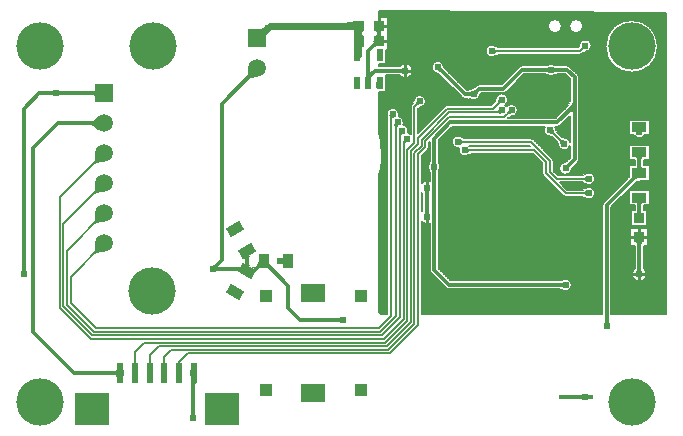
<source format=gtl>
G04*
G04 #@! TF.GenerationSoftware,Altium Limited,Altium Designer,18.1.9 (240)*
G04*
G04 Layer_Physical_Order=1*
G04 Layer_Color=255*
%FSLAX25Y25*%
%MOIN*%
G70*
G01*
G75*
%ADD11C,0.01000*%
%ADD13C,0.00600*%
G04:AMPARAMS|DCode=15|XSize=51.18mil|YSize=33.47mil|CornerRadius=0mil|HoleSize=0mil|Usage=FLASHONLY|Rotation=150.000|XOffset=0mil|YOffset=0mil|HoleType=Round|Shape=Rectangle|*
%AMROTATEDRECTD15*
4,1,4,0.03053,0.00170,0.01380,-0.02729,-0.03053,-0.00170,-0.01380,0.02729,0.03053,0.00170,0.0*
%
%ADD15ROTATEDRECTD15*%

%ADD16R,0.03347X0.05118*%
%ADD17R,0.11811X0.01181*%
%ADD18R,0.03500X0.03500*%
%ADD19R,0.02362X0.04331*%
%ADD20R,0.03937X0.03937*%
%ADD21R,0.07874X0.05906*%
G04:AMPARAMS|DCode=22|XSize=51.18mil|YSize=33.47mil|CornerRadius=0mil|HoleSize=0mil|Usage=FLASHONLY|Rotation=30.000|XOffset=0mil|YOffset=0mil|HoleType=Round|Shape=Rectangle|*
%AMROTATEDRECTD22*
4,1,4,-0.01380,-0.02729,-0.03053,0.00170,0.01380,0.02729,0.03053,-0.00170,-0.01380,-0.02729,0.0*
%
%ADD22ROTATEDRECTD22*%

%ADD23R,0.03500X0.03500*%
%ADD24R,0.05118X0.03347*%
%ADD25R,0.02362X0.06693*%
%ADD26R,0.11811X0.10630*%
%ADD43C,0.01200*%
%ADD44C,0.02400*%
%ADD45R,0.05906X0.05906*%
%ADD46C,0.05906*%
%ADD47C,0.02400*%
%ADD48C,0.15748*%
G36*
X401679Y284341D02*
X401280Y283933D01*
X400387Y282917D01*
X400191Y282646D01*
X400045Y282410D01*
X399950Y282208D01*
X399906Y282040D01*
X399913Y281906D01*
X399970Y281806D01*
X397447Y284329D01*
X397547Y284272D01*
X397681Y284265D01*
X397849Y284309D01*
X398051Y284404D01*
X398287Y284550D01*
X398558Y284746D01*
X398863Y284993D01*
X399574Y285639D01*
X399982Y286038D01*
X401679Y284341D01*
D02*
G37*
G36*
X438603Y283858D02*
X438502Y283822D01*
X438411Y283762D01*
X438333Y283678D01*
X438268Y283570D01*
X438213Y283438D01*
X438171Y283282D01*
X438141Y283102D01*
X438138Y283061D01*
X438141Y283019D01*
X438171Y282837D01*
X438213Y282680D01*
X438268Y282546D01*
X438333Y282437D01*
X438411Y282352D01*
X438502Y282292D01*
X438603Y282256D01*
X438718Y282243D01*
X436317D01*
X436432Y282256D01*
X436533Y282292D01*
X436623Y282352D01*
X436701Y282437D01*
X436767Y282546D01*
X436822Y282680D01*
X436864Y282837D01*
X436894Y283019D01*
X436897Y283061D01*
X436894Y283102D01*
X436864Y283282D01*
X436822Y283438D01*
X436767Y283570D01*
X436701Y283678D01*
X436623Y283762D01*
X436533Y283822D01*
X436432Y283858D01*
X436317Y283870D01*
X438718D01*
X438603Y283858D01*
D02*
G37*
G36*
X429279Y283870D02*
X429319D01*
X429327Y284655D01*
X431727D01*
X431738Y284199D01*
X431763Y283870D01*
X432756D01*
X432560Y283846D01*
X432385Y283774D01*
X432231Y283654D01*
X432097Y283486D01*
X431984Y283270D01*
X431912Y283063D01*
X431984Y282855D01*
X432097Y282639D01*
X432231Y282471D01*
X432385Y282351D01*
X432560Y282279D01*
X432756Y282255D01*
X431763D01*
X431738Y281926D01*
X431727Y281470D01*
X429327D01*
X429312Y282255D01*
X429279D01*
X429288Y282279D01*
X429297Y282351D01*
X429304Y282471D01*
X429305Y282585D01*
X429279Y283870D01*
X429255Y283972D01*
X429183Y284064D01*
X429064Y284144D01*
X428895Y284214D01*
X428679Y284273D01*
X428415Y284322D01*
X428103Y284360D01*
X427336Y284402D01*
X426879Y284408D01*
Y286808D01*
X427336Y286813D01*
X428415Y286894D01*
X428679Y286942D01*
X428895Y287002D01*
X429064Y287071D01*
X429183Y287152D01*
X429255Y287244D01*
X429279Y287346D01*
Y283870D01*
D02*
G37*
G36*
X437306Y278791D02*
X437221Y278866D01*
X437118Y278904D01*
X436996Y278907D01*
X436854Y278875D01*
X436694Y278806D01*
X436515Y278703D01*
X436317Y278563D01*
X436100Y278388D01*
X435609Y277931D01*
X434931Y278950D01*
X435162Y279189D01*
X435528Y279622D01*
X435662Y279815D01*
X435764Y279992D01*
X435834Y280154D01*
X435872Y280301D01*
X435877Y280432D01*
X435850Y280547D01*
X435791Y280647D01*
X437306Y278791D01*
D02*
G37*
G36*
X506388Y277800D02*
X506241Y277798D01*
X505971Y277772D01*
X505848Y277749D01*
X505733Y277718D01*
X505627Y277680D01*
X505528Y277635D01*
X505438Y277583D01*
X505356Y277524D01*
X505281Y277457D01*
X504857Y277881D01*
X504924Y277956D01*
X504983Y278038D01*
X505035Y278128D01*
X505080Y278227D01*
X505118Y278333D01*
X505149Y278448D01*
X505172Y278571D01*
X505189Y278702D01*
X505198Y278841D01*
X505200Y278988D01*
X506388Y277800D01*
D02*
G37*
G36*
X432560Y278755D02*
X432385Y278683D01*
X432231Y278563D01*
X432097Y278395D01*
X431984Y278179D01*
X431892Y277915D01*
X431820Y277603D01*
X431768Y277243D01*
X431738Y276835D01*
X431727Y276379D01*
X429327D01*
X429279Y278779D01*
X432756D01*
X432560Y278755D01*
D02*
G37*
G36*
X476162Y277937D02*
X476371Y277765D01*
X476475Y277694D01*
X476578Y277635D01*
X476680Y277586D01*
X476782Y277549D01*
X476882Y277522D01*
X476982Y277505D01*
X477082Y277500D01*
Y276900D01*
X476982Y276895D01*
X476882Y276878D01*
X476782Y276851D01*
X476680Y276814D01*
X476578Y276765D01*
X476475Y276706D01*
X476371Y276635D01*
X476267Y276554D01*
X476162Y276463D01*
X476057Y276360D01*
Y278040D01*
X476162Y277937D01*
D02*
G37*
G36*
X458404Y271719D02*
X458418Y271648D01*
X458441Y271574D01*
X458473Y271498D01*
X458515Y271418D01*
X458567Y271336D01*
X458628Y271251D01*
X458699Y271164D01*
X458868Y270980D01*
X458020Y270132D01*
X457927Y270221D01*
X457749Y270372D01*
X457664Y270433D01*
X457582Y270485D01*
X457503Y270527D01*
X457426Y270559D01*
X457352Y270582D01*
X457281Y270596D01*
X457212Y270600D01*
X458400Y271788D01*
X458404Y271719D01*
D02*
G37*
G36*
X495908Y271671D02*
X495968Y271630D01*
X496037Y271594D01*
X496114Y271563D01*
X496200Y271536D01*
X496295Y271515D01*
X496398Y271498D01*
X496510Y271486D01*
X496759Y271476D01*
Y270276D01*
X496630Y270274D01*
X496398Y270255D01*
X496295Y270238D01*
X496200Y270216D01*
X496114Y270190D01*
X496037Y270159D01*
X495968Y270123D01*
X495908Y270082D01*
X495857Y270036D01*
Y271716D01*
X495908Y271671D01*
D02*
G37*
G36*
X494143Y270036D02*
X494092Y270082D01*
X494032Y270123D01*
X493963Y270159D01*
X493886Y270190D01*
X493800Y270216D01*
X493705Y270238D01*
X493602Y270255D01*
X493490Y270267D01*
X493241Y270276D01*
Y271476D01*
X493370Y271479D01*
X493602Y271498D01*
X493705Y271515D01*
X493800Y271536D01*
X493886Y271563D01*
X493963Y271594D01*
X494032Y271630D01*
X494092Y271671D01*
X494143Y271716D01*
Y270036D01*
D02*
G37*
G36*
X445543Y269760D02*
X445492Y269806D01*
X445432Y269846D01*
X445363Y269882D01*
X445286Y269914D01*
X445200Y269940D01*
X445105Y269962D01*
X445002Y269978D01*
X444890Y269990D01*
X444641Y270000D01*
Y271200D01*
X444770Y271202D01*
X445002Y271222D01*
X445105Y271238D01*
X445200Y271260D01*
X445286Y271286D01*
X445363Y271318D01*
X445432Y271354D01*
X445492Y271394D01*
X445543Y271440D01*
Y269760D01*
D02*
G37*
G36*
X435926Y269478D02*
X435767Y269316D01*
X435345Y268841D01*
X435293Y268765D01*
X435263Y268705D01*
X435254Y268663D01*
X435266Y268637D01*
X435300Y268629D01*
X432962D01*
X433054Y268642D01*
X433164Y268680D01*
X433190Y268693D01*
X433252Y268737D01*
X433326Y268821D01*
X433389Y268929D01*
X433440Y269061D01*
X433480Y269217D01*
X433508Y269397D01*
X433526Y269601D01*
X433531Y269829D01*
X434579D01*
X434653Y269902D01*
X435926Y269478D01*
D02*
G37*
G36*
X397011Y268447D02*
X396613Y268443D01*
X395893Y268387D01*
X395571Y268334D01*
X395274Y268266D01*
X395002Y268180D01*
X394756Y268079D01*
X394534Y267962D01*
X394339Y267828D01*
X394168Y267679D01*
X393320Y268527D01*
X393469Y268698D01*
X393603Y268894D01*
X393720Y269115D01*
X393822Y269361D01*
X393906Y269633D01*
X393975Y269930D01*
X394028Y270252D01*
X394064Y270600D01*
X394088Y271371D01*
X397011Y268447D01*
D02*
G37*
G36*
X470868Y263620D02*
X470779Y263527D01*
X470628Y263349D01*
X470567Y263264D01*
X470515Y263182D01*
X470473Y263103D01*
X470441Y263026D01*
X470418Y262952D01*
X470404Y262881D01*
X470400Y262812D01*
X469212Y264000D01*
X469281Y264004D01*
X469352Y264018D01*
X469426Y264041D01*
X469502Y264073D01*
X469582Y264115D01*
X469664Y264167D01*
X469749Y264228D01*
X469837Y264299D01*
X470020Y264468D01*
X470868Y263620D01*
D02*
G37*
G36*
X330908Y263865D02*
X330968Y263825D01*
X331037Y263789D01*
X331114Y263757D01*
X331200Y263731D01*
X331295Y263709D01*
X331398Y263692D01*
X331510Y263681D01*
X331759Y263671D01*
Y262471D01*
X331630Y262469D01*
X331398Y262449D01*
X331295Y262433D01*
X331200Y262411D01*
X331114Y262385D01*
X331037Y262353D01*
X330968Y262317D01*
X330908Y262277D01*
X330857Y262231D01*
Y263911D01*
X330908Y263865D01*
D02*
G37*
G36*
X329143Y262231D02*
X329092Y262277D01*
X329032Y262317D01*
X328963Y262353D01*
X328886Y262385D01*
X328800Y262411D01*
X328705Y262433D01*
X328602Y262449D01*
X328490Y262461D01*
X328241Y262471D01*
Y263671D01*
X328370Y263673D01*
X328602Y263692D01*
X328705Y263709D01*
X328800Y263731D01*
X328886Y263757D01*
X328963Y263789D01*
X329032Y263825D01*
X329092Y263865D01*
X329143Y263911D01*
Y262231D01*
D02*
G37*
G36*
X468343Y261960D02*
X468292Y262006D01*
X468232Y262046D01*
X468163Y262082D01*
X468086Y262114D01*
X468000Y262140D01*
X467905Y262162D01*
X467802Y262178D01*
X467690Y262190D01*
X467441Y262200D01*
Y263400D01*
X467570Y263402D01*
X467802Y263422D01*
X467905Y263438D01*
X468000Y263460D01*
X468086Y263486D01*
X468163Y263518D01*
X468232Y263554D01*
X468292Y263594D01*
X468343Y263640D01*
Y261960D01*
D02*
G37*
G36*
X343134Y261871D02*
X343122Y261985D01*
X343086Y262087D01*
X343025Y262177D01*
X342940Y262255D01*
X342831Y262321D01*
X342698Y262375D01*
X342540Y262417D01*
X342359Y262447D01*
X342153Y262465D01*
X341922Y262471D01*
Y263671D01*
X342153Y263677D01*
X342359Y263695D01*
X342540Y263725D01*
X342698Y263767D01*
X342831Y263821D01*
X342940Y263887D01*
X343025Y263965D01*
X343086Y264055D01*
X343122Y264157D01*
X343134Y264271D01*
Y261871D01*
D02*
G37*
G36*
X478558Y259800D02*
X478411Y259798D01*
X478141Y259772D01*
X478018Y259749D01*
X477903Y259718D01*
X477797Y259680D01*
X477698Y259635D01*
X477608Y259583D01*
X477526Y259524D01*
X477452Y259457D01*
X477027Y259881D01*
X477094Y259956D01*
X477153Y260038D01*
X477205Y260128D01*
X477250Y260227D01*
X477288Y260333D01*
X477319Y260448D01*
X477343Y260571D01*
X477359Y260702D01*
X477368Y260841D01*
X477370Y260988D01*
X478558Y259800D01*
D02*
G37*
G36*
X451188Y259233D02*
X451041Y259231D01*
X450771Y259206D01*
X450648Y259182D01*
X450533Y259151D01*
X450427Y259113D01*
X450328Y259068D01*
X450238Y259016D01*
X450156Y258957D01*
X450081Y258890D01*
X449657Y259314D01*
X449724Y259389D01*
X449783Y259471D01*
X449835Y259561D01*
X449880Y259660D01*
X449918Y259766D01*
X449949Y259881D01*
X449972Y260004D01*
X449989Y260135D01*
X449998Y260274D01*
X450000Y260421D01*
X451188Y259233D01*
D02*
G37*
G36*
X503400Y259200D02*
X502200Y256552D01*
X502191Y256771D01*
X502166Y256949D01*
X502124Y257087D01*
X502064Y257184D01*
X501988Y257239D01*
X501895Y257254D01*
X501784Y257228D01*
X501657Y257160D01*
X501513Y257052D01*
X501351Y256903D01*
Y258600D01*
X501513Y258773D01*
X501657Y258953D01*
X501784Y259141D01*
X501895Y259335D01*
X501988Y259536D01*
X502064Y259745D01*
X502124Y259960D01*
X502166Y260183D01*
X502191Y260412D01*
X502200Y260648D01*
X503400Y259200D01*
D02*
G37*
G36*
X478196Y256260D02*
X478053Y256305D01*
X477434Y256462D01*
X477330Y256478D01*
X477141Y256498D01*
X477056Y256500D01*
X476688Y257100D01*
X476797Y257106D01*
X476898Y257124D01*
X476991Y257154D01*
X477075Y257196D01*
X477151Y257250D01*
X477219Y257316D01*
X477278Y257394D01*
X477330Y257483D01*
X477373Y257585D01*
X477408Y257699D01*
X478196Y256260D01*
D02*
G37*
G36*
X481604Y256216D02*
X481466Y256235D01*
X481335Y256243D01*
X481211Y256242D01*
X481093Y256232D01*
X480982Y256212D01*
X480877Y256182D01*
X480780Y256142D01*
X480689Y256092D01*
X480606Y256033D01*
X480528Y255964D01*
X480172Y256457D01*
X480235Y256526D01*
X480294Y256605D01*
X480349Y256694D01*
X480399Y256791D01*
X480445Y256898D01*
X480487Y257014D01*
X480525Y257140D01*
X480587Y257419D01*
X480612Y257572D01*
X481604Y256216D01*
D02*
G37*
G36*
X442499Y255038D02*
X442385Y255003D01*
X442283Y254960D01*
X442194Y254908D01*
X442116Y254849D01*
X442050Y254781D01*
X441996Y254705D01*
X441954Y254620D01*
X441924Y254528D01*
X441906Y254427D01*
X441900Y254318D01*
X441300Y254686D01*
X441298Y254771D01*
X441278Y254960D01*
X441262Y255064D01*
X441182Y255416D01*
X441105Y255683D01*
X441060Y255826D01*
X442499Y255038D01*
D02*
G37*
G36*
X444206Y252271D02*
X444091Y252224D01*
X443988Y252170D01*
X443897Y252110D01*
X443818Y252042D01*
X443752Y251968D01*
X443697Y251887D01*
X443655Y251800D01*
X443624Y251706D01*
X443606Y251605D01*
X443600Y251497D01*
X443000Y251589D01*
X442997Y251705D01*
X442972Y251951D01*
X442949Y252081D01*
X442886Y252355D01*
X442798Y252648D01*
X442684Y252960D01*
X444206Y252271D01*
D02*
G37*
G36*
X343954Y251004D02*
X343670Y251283D01*
X343121Y251752D01*
X342856Y251943D01*
X342597Y252104D01*
X342345Y252236D01*
X342099Y252339D01*
X341860Y252412D01*
X341627Y252456D01*
X341400Y252471D01*
Y253671D01*
X341627Y253685D01*
X341860Y253730D01*
X342099Y253803D01*
X342345Y253906D01*
X342597Y254038D01*
X342856Y254199D01*
X343121Y254390D01*
X343392Y254610D01*
X343954Y255138D01*
Y251004D01*
D02*
G37*
G36*
X495810Y250726D02*
X495853Y250451D01*
X495884Y250327D01*
X495920Y250211D01*
X495962Y250104D01*
X496009Y250006D01*
X496063Y249916D01*
X496122Y249835D01*
X496187Y249763D01*
X495795Y249306D01*
X495719Y249374D01*
X495636Y249433D01*
X495545Y249484D01*
X495447Y249527D01*
X495342Y249561D01*
X495228Y249586D01*
X495108Y249603D01*
X494980Y249612D01*
X494844Y249612D01*
X494701Y249604D01*
X495797Y250877D01*
X495810Y250726D01*
D02*
G37*
G36*
X445455Y249401D02*
X445349Y249391D01*
X445255Y249369D01*
X445172Y249336D01*
X445100Y249291D01*
X445039Y249236D01*
X444989Y249169D01*
X444950Y249091D01*
X444922Y249001D01*
X444906Y248901D01*
X444900Y248789D01*
X444300Y248986D01*
X444299Y249175D01*
X444236Y250288D01*
X444221Y250376D01*
X445455Y249401D01*
D02*
G37*
G36*
X446667Y246647D02*
X446605Y246660D01*
X446543Y246665D01*
X446479Y246661D01*
X446415Y246648D01*
X446350Y246627D01*
X446284Y246596D01*
X446217Y246557D01*
X446150Y246510D01*
X446081Y246453D01*
X446012Y246388D01*
X445588Y246812D01*
X445653Y246881D01*
X445710Y246950D01*
X445757Y247017D01*
X445796Y247084D01*
X445827Y247150D01*
X445848Y247215D01*
X445861Y247279D01*
X445865Y247343D01*
X445860Y247405D01*
X445847Y247467D01*
X446667Y246647D01*
D02*
G37*
G36*
X498277Y247680D02*
X498359Y247621D01*
X498450Y247569D01*
X498548Y247524D01*
X498655Y247486D01*
X498769Y247455D01*
X498892Y247432D01*
X499023Y247415D01*
X499162Y247406D01*
X499309Y247404D01*
X498121Y246216D01*
X498119Y246363D01*
X498094Y246633D01*
X498070Y246756D01*
X498039Y246871D01*
X498002Y246977D01*
X497957Y247076D01*
X497904Y247166D01*
X497845Y247249D01*
X497779Y247323D01*
X498203Y247747D01*
X498277Y247680D01*
D02*
G37*
G36*
X464939Y247630D02*
X465148Y247457D01*
X465251Y247387D01*
X465354Y247327D01*
X465456Y247279D01*
X465558Y247241D01*
X465659Y247214D01*
X465759Y247198D01*
X465858Y247192D01*
Y246592D01*
X465759Y246587D01*
X465659Y246571D01*
X465558Y246544D01*
X465456Y246506D01*
X465354Y246457D01*
X465251Y246398D01*
X465148Y246328D01*
X465044Y246247D01*
X464939Y246155D01*
X464833Y246052D01*
Y247732D01*
X464939Y247630D01*
D02*
G37*
G36*
X467163Y244937D02*
X467372Y244765D01*
X467475Y244694D01*
X467578Y244635D01*
X467680Y244586D01*
X467781Y244549D01*
X467882Y244522D01*
X467982Y244505D01*
X468082Y244500D01*
Y243900D01*
X467982Y243895D01*
X467882Y243878D01*
X467781Y243851D01*
X467680Y243814D01*
X467578Y243765D01*
X467475Y243706D01*
X467372Y243635D01*
X467267Y243554D01*
X467163Y243463D01*
X467057Y243360D01*
Y245040D01*
X467163Y244937D01*
D02*
G37*
G36*
X525486Y241775D02*
X525384Y241739D01*
X525294Y241678D01*
X525216Y241593D01*
X525150Y241484D01*
X525096Y241351D01*
X525054Y241193D01*
X525024Y241011D01*
X525006Y240805D01*
X525000Y240575D01*
X523800D01*
X523794Y240805D01*
X523776Y241011D01*
X523746Y241193D01*
X523704Y241351D01*
X523650Y241484D01*
X523584Y241593D01*
X523506Y241678D01*
X523416Y241739D01*
X523314Y241775D01*
X523200Y241787D01*
X525600D01*
X525486Y241775D01*
D02*
G37*
G36*
X346034Y240118D02*
X345557Y240117D01*
X344352Y240036D01*
X344024Y239983D01*
X343734Y239918D01*
X343481Y239840D01*
X343265Y239749D01*
X343087Y239645D01*
X342945Y239529D01*
X342521Y239953D01*
X342637Y240095D01*
X342741Y240273D01*
X342832Y240489D01*
X342910Y240742D01*
X342975Y241032D01*
X343028Y241360D01*
X343095Y242126D01*
X343109Y242565D01*
X343110Y243041D01*
X346034Y240118D01*
D02*
G37*
G36*
X456602Y240239D02*
X456622Y240007D01*
X456638Y239904D01*
X456660Y239809D01*
X456686Y239723D01*
X456718Y239646D01*
X456754Y239578D01*
X456794Y239518D01*
X456840Y239466D01*
X455160D01*
X455206Y239518D01*
X455246Y239578D01*
X455282Y239646D01*
X455314Y239723D01*
X455340Y239809D01*
X455362Y239904D01*
X455378Y240007D01*
X455390Y240119D01*
X455400Y240369D01*
X456600D01*
X456602Y240239D01*
D02*
G37*
G36*
X525006Y239207D02*
X525024Y239001D01*
X525054Y238820D01*
X525096Y238662D01*
X525150Y238529D01*
X525216Y238420D01*
X525294Y238335D01*
X525384Y238274D01*
X525486Y238238D01*
X525600Y238226D01*
X523200D01*
X523314Y238238D01*
X523416Y238274D01*
X523506Y238335D01*
X523584Y238420D01*
X523650Y238529D01*
X523704Y238662D01*
X523746Y238820D01*
X523776Y239001D01*
X523794Y239207D01*
X523800Y239438D01*
X525000D01*
X525006Y239207D01*
D02*
G37*
G36*
X501468Y238868D02*
X501379Y238775D01*
X501228Y238598D01*
X501167Y238513D01*
X501115Y238431D01*
X501073Y238351D01*
X501041Y238275D01*
X501018Y238201D01*
X501004Y238129D01*
X501000Y238061D01*
X499812Y239249D01*
X499881Y239253D01*
X499952Y239266D01*
X500026Y239289D01*
X500103Y239322D01*
X500182Y239364D01*
X500264Y239416D01*
X500349Y239477D01*
X500436Y239547D01*
X500620Y239717D01*
X501468Y238868D01*
D02*
G37*
G36*
X456794Y237701D02*
X456754Y237641D01*
X456718Y237572D01*
X456686Y237495D01*
X456660Y237409D01*
X456638Y237315D01*
X456622Y237211D01*
X456610Y237100D01*
X456600Y236850D01*
X455400D01*
X455398Y236979D01*
X455378Y237211D01*
X455362Y237315D01*
X455340Y237409D01*
X455314Y237495D01*
X455282Y237572D01*
X455246Y237641D01*
X455206Y237701D01*
X455160Y237752D01*
X456840D01*
X456794Y237701D01*
D02*
G37*
G36*
X524266Y234907D02*
X524096Y234881D01*
X523927Y234839D01*
X523757Y234779D01*
X523587Y234703D01*
X523418Y234610D01*
X523248Y234499D01*
X523078Y234372D01*
X522908Y234228D01*
X522739Y234067D01*
X521042D01*
X521853Y234915D01*
X524436D01*
X524266Y234907D01*
D02*
G37*
G36*
X506743Y233760D02*
X506637Y233863D01*
X506428Y234035D01*
X506325Y234106D01*
X506222Y234165D01*
X506120Y234214D01*
X506018Y234251D01*
X505918Y234278D01*
X505818Y234295D01*
X505718Y234300D01*
Y234900D01*
X505818Y234905D01*
X505918Y234922D01*
X506018Y234949D01*
X506120Y234986D01*
X506222Y235035D01*
X506325Y235094D01*
X506428Y235165D01*
X506533Y235246D01*
X506637Y235337D01*
X506743Y235440D01*
Y233760D01*
D02*
G37*
G36*
X346034Y230118D02*
X345557Y230117D01*
X344352Y230036D01*
X344024Y229983D01*
X343734Y229918D01*
X343481Y229840D01*
X343265Y229749D01*
X343087Y229645D01*
X342945Y229529D01*
X342521Y229953D01*
X342637Y230095D01*
X342741Y230273D01*
X342832Y230489D01*
X342910Y230742D01*
X342975Y231032D01*
X343028Y231360D01*
X343095Y232126D01*
X343109Y232565D01*
X343110Y233041D01*
X346034Y230118D01*
D02*
G37*
G36*
X506743Y228960D02*
X506637Y229063D01*
X506428Y229235D01*
X506325Y229306D01*
X506222Y229365D01*
X506120Y229414D01*
X506018Y229451D01*
X505918Y229478D01*
X505818Y229495D01*
X505718Y229500D01*
Y230100D01*
X505818Y230105D01*
X505918Y230122D01*
X506018Y230149D01*
X506120Y230186D01*
X506222Y230235D01*
X506325Y230294D01*
X506428Y230365D01*
X506533Y230446D01*
X506637Y230537D01*
X506743Y230640D01*
Y228960D01*
D02*
G37*
G36*
X525486Y226635D02*
X525384Y226599D01*
X525294Y226539D01*
X525216Y226455D01*
X525150Y226347D01*
X525096Y226215D01*
X525054Y226059D01*
X525024Y225879D01*
X525006Y225675D01*
X525000Y225447D01*
X523800D01*
X523794Y225675D01*
X523776Y225879D01*
X523746Y226059D01*
X523704Y226215D01*
X523650Y226347D01*
X523584Y226455D01*
X523506Y226539D01*
X523416Y226599D01*
X523314Y226635D01*
X523200Y226647D01*
X525600D01*
X525486Y226635D01*
D02*
G37*
G36*
X525006Y224358D02*
X525024Y224152D01*
X525054Y223970D01*
X525096Y223812D01*
X525150Y223679D01*
X525216Y223570D01*
X525294Y223485D01*
X525384Y223425D01*
X525486Y223388D01*
X525600Y223376D01*
X523200D01*
X523314Y223388D01*
X523416Y223425D01*
X523506Y223485D01*
X523584Y223570D01*
X523650Y223679D01*
X523704Y223812D01*
X523746Y223970D01*
X523776Y224152D01*
X523794Y224358D01*
X523800Y224588D01*
X525000D01*
X525006Y224358D01*
D02*
G37*
G36*
X346034Y220118D02*
X345557Y220117D01*
X344352Y220036D01*
X344024Y219983D01*
X343734Y219918D01*
X343481Y219840D01*
X343265Y219749D01*
X343087Y219645D01*
X342945Y219529D01*
X342521Y219953D01*
X342637Y220095D01*
X342741Y220273D01*
X342832Y220489D01*
X342910Y220742D01*
X342975Y221032D01*
X343028Y221360D01*
X343095Y222126D01*
X343109Y222565D01*
X343110Y223041D01*
X346034Y220118D01*
D02*
G37*
G36*
X525486Y213412D02*
X525384Y213375D01*
X525294Y213315D01*
X525216Y213230D01*
X525150Y213121D01*
X525096Y212988D01*
X525054Y212830D01*
X525024Y212648D01*
X525006Y212442D01*
X525000Y212212D01*
X523800D01*
X523794Y212442D01*
X523776Y212648D01*
X523746Y212830D01*
X523704Y212988D01*
X523650Y213121D01*
X523584Y213230D01*
X523506Y213315D01*
X523416Y213375D01*
X523314Y213412D01*
X523200Y213424D01*
X525600D01*
X525486Y213412D01*
D02*
G37*
G36*
X346034Y210118D02*
X345557Y210117D01*
X344352Y210036D01*
X344024Y209983D01*
X343734Y209918D01*
X343481Y209840D01*
X343265Y209749D01*
X343087Y209645D01*
X342945Y209529D01*
X342521Y209953D01*
X342637Y210095D01*
X342741Y210273D01*
X342832Y210489D01*
X342910Y210742D01*
X342975Y211032D01*
X343028Y211360D01*
X343095Y212126D01*
X343109Y212565D01*
X343110Y213041D01*
X346034Y210118D01*
D02*
G37*
G36*
X405756Y207821D02*
X405845Y207785D01*
X405944Y207754D01*
X406048Y207731D01*
X406157Y207714D01*
X406273Y207703D01*
X406394Y207700D01*
Y206700D01*
X406273Y206697D01*
X406157Y206686D01*
X406048Y206669D01*
X405944Y206646D01*
X405845Y206615D01*
X405756Y206579D01*
Y206200D01*
X405746Y206295D01*
X405716Y206380D01*
X405665Y206455D01*
X405616Y206502D01*
X405585Y206482D01*
X405510Y206425D01*
X405440Y206360D01*
Y206602D01*
X405396Y206620D01*
X405266Y206655D01*
X405116Y206680D01*
X404946Y206695D01*
X404755Y206700D01*
Y207700D01*
X404946Y207705D01*
X405116Y207720D01*
X405266Y207745D01*
X405396Y207780D01*
X405440Y207798D01*
Y208040D01*
X405510Y207975D01*
X405585Y207918D01*
X405616Y207898D01*
X405665Y207945D01*
X405716Y208020D01*
X405746Y208105D01*
X405756Y208200D01*
Y207821D01*
D02*
G37*
G36*
X394889Y209286D02*
X394787Y209191D01*
X394696Y209079D01*
X394617Y208950D01*
X394550Y208805D01*
X394496Y208643D01*
X394453Y208465D01*
X394423Y208269D01*
X394405Y208057D01*
X394399Y207828D01*
X393466Y207290D01*
X394399Y206752D01*
X394405Y206523D01*
X394423Y206311D01*
X394453Y206115D01*
X394496Y205937D01*
X394550Y205775D01*
X394617Y205629D01*
X394696Y205501D01*
X394787Y205389D01*
X394889Y205294D01*
X395005Y205216D01*
X392605Y206602D01*
X392718Y206548D01*
X392818Y206525D01*
X392908Y206533D01*
X392985Y206572D01*
X393050Y206641D01*
X393104Y206740D01*
X393145Y206871D01*
X393175Y207031D01*
X393193Y207223D01*
X393195Y207290D01*
X393193Y207357D01*
X393175Y207549D01*
X393145Y207709D01*
X393104Y207840D01*
X393050Y207939D01*
X392985Y208008D01*
X392908Y208047D01*
X392818Y208055D01*
X392718Y208032D01*
X392605Y207979D01*
X395005Y209364D01*
X394889Y209286D01*
D02*
G37*
G36*
X397488Y204786D02*
X397536Y204739D01*
X397488Y204691D01*
Y204653D01*
X397479Y204651D01*
X397454Y204632D01*
X397411Y204596D01*
X396800Y204003D01*
X396639Y203842D01*
Y204260D01*
X395296Y205048D01*
X395406Y204996D01*
X395523Y204968D01*
X395646Y204963D01*
X395774Y204981D01*
X395909Y205022D01*
X396051Y205086D01*
X396198Y205174D01*
X396351Y205285D01*
X396510Y205418D01*
X396657Y205558D01*
X396800Y205709D01*
X396945Y205878D01*
X397072Y206048D01*
X397182Y206218D01*
X397276Y206387D01*
X397352Y206557D01*
X397411Y206727D01*
X397454Y206896D01*
X397479Y207066D01*
X397488Y207236D01*
Y204786D01*
D02*
G37*
G36*
X400808Y207068D02*
X400834Y206899D01*
X400877Y206730D01*
X400938Y206561D01*
X401015Y206391D01*
X401110Y206222D01*
X401222Y206051D01*
X401350Y205881D01*
X401496Y205710D01*
X401659Y205539D01*
Y203842D01*
X400810Y204653D01*
X400798Y207236D01*
X400808Y207068D01*
D02*
G37*
G36*
X390762Y203815D02*
X390771Y203850D01*
X390753Y203882D01*
X390709Y203909D01*
X390639Y203933D01*
X390542Y203954D01*
X390420Y203970D01*
X390097Y203993D01*
X389669Y204000D01*
X390362Y205200D01*
X390595Y205206D01*
X390811Y205224D01*
X391010Y205254D01*
X391192Y205295D01*
X391356Y205348D01*
X391503Y205414D01*
X391633Y205491D01*
X391745Y205580D01*
X391841Y205681D01*
X391919Y205794D01*
X390762Y203815D01*
D02*
G37*
G36*
X383868Y205420D02*
X383779Y205327D01*
X383682Y205213D01*
X383710Y205210D01*
X383959Y205200D01*
Y204000D01*
X383830Y203998D01*
X383598Y203978D01*
X383495Y203962D01*
X383400Y203940D01*
X383314Y203914D01*
X383237Y203882D01*
X383168Y203846D01*
X383108Y203806D01*
X383057Y203760D01*
Y204955D01*
X382212Y205800D01*
X382281Y205804D01*
X382352Y205818D01*
X382426Y205841D01*
X382503Y205873D01*
X382582Y205915D01*
X382664Y205967D01*
X382749Y206028D01*
X382837Y206099D01*
X383020Y206268D01*
X383868Y205420D01*
D02*
G37*
G36*
X525002Y204430D02*
X525022Y204198D01*
X525038Y204095D01*
X525060Y204000D01*
X525086Y203914D01*
X525118Y203837D01*
X525154Y203768D01*
X525194Y203708D01*
X525240Y203657D01*
X523560D01*
X523606Y203708D01*
X523646Y203768D01*
X523682Y203837D01*
X523714Y203914D01*
X523740Y204000D01*
X523762Y204095D01*
X523778Y204198D01*
X523790Y204310D01*
X523800Y204559D01*
X525000D01*
X525002Y204430D01*
D02*
G37*
G36*
X319802D02*
X319822Y204198D01*
X319838Y204095D01*
X319860Y204000D01*
X319886Y203914D01*
X319918Y203837D01*
X319954Y203768D01*
X319994Y203708D01*
X320040Y203657D01*
X318360D01*
X318406Y203708D01*
X318446Y203768D01*
X318482Y203837D01*
X318514Y203914D01*
X318540Y204000D01*
X318562Y204095D01*
X318578Y204198D01*
X318590Y204310D01*
X318600Y204559D01*
X319800D01*
X319802Y204430D01*
D02*
G37*
G36*
X498943Y198360D02*
X498892Y198406D01*
X498832Y198446D01*
X498763Y198482D01*
X498686Y198514D01*
X498600Y198540D01*
X498505Y198562D01*
X498402Y198578D01*
X498290Y198590D01*
X498041Y198600D01*
Y199800D01*
X498170Y199802D01*
X498402Y199822D01*
X498505Y199838D01*
X498600Y199860D01*
X498686Y199886D01*
X498763Y199918D01*
X498832Y199954D01*
X498892Y199994D01*
X498943Y200040D01*
Y198360D01*
D02*
G37*
G36*
X424683Y186680D02*
X424632Y186725D01*
X424572Y186766D01*
X424503Y186802D01*
X424426Y186833D01*
X424340Y186860D01*
X424246Y186881D01*
X424142Y186898D01*
X424030Y186910D01*
X423781Y186920D01*
Y188120D01*
X423910Y188122D01*
X424142Y188141D01*
X424246Y188158D01*
X424340Y188180D01*
X424426Y188206D01*
X424503Y188237D01*
X424572Y188273D01*
X424632Y188314D01*
X424683Y188360D01*
Y186680D01*
D02*
G37*
G36*
X514202Y187030D02*
X514222Y186798D01*
X514238Y186695D01*
X514260Y186600D01*
X514286Y186514D01*
X514318Y186437D01*
X514354Y186368D01*
X514394Y186308D01*
X514440Y186257D01*
X512760D01*
X512806Y186308D01*
X512846Y186368D01*
X512882Y186437D01*
X512914Y186514D01*
X512940Y186600D01*
X512962Y186695D01*
X512978Y186798D01*
X512990Y186910D01*
X513000Y187159D01*
X514200D01*
X514202Y187030D01*
D02*
G37*
G36*
X366364Y173620D02*
X366373Y173519D01*
X366388Y173428D01*
X366409Y173351D01*
X366436Y173284D01*
X366469Y173230D01*
X366508Y173188D01*
X366553Y173158D01*
X366604Y173141D01*
X366661Y173134D01*
X365461D01*
X365518Y173141D01*
X365569Y173158D01*
X365614Y173188D01*
X365653Y173230D01*
X365686Y173284D01*
X365713Y173351D01*
X365734Y173428D01*
X365749Y173519D01*
X365758Y173620D01*
X365761Y173734D01*
X366361D01*
X366364Y173620D01*
D02*
G37*
G36*
X361442D02*
X361451Y173519D01*
X361466Y173428D01*
X361487Y173351D01*
X361514Y173284D01*
X361547Y173230D01*
X361586Y173188D01*
X361631Y173158D01*
X361682Y173141D01*
X361739Y173134D01*
X360539D01*
X360596Y173141D01*
X360647Y173158D01*
X360692Y173188D01*
X360731Y173230D01*
X360764Y173284D01*
X360791Y173351D01*
X360812Y173428D01*
X360827Y173519D01*
X360836Y173620D01*
X360839Y173734D01*
X361439D01*
X361442Y173620D01*
D02*
G37*
G36*
X356521D02*
X356530Y173519D01*
X356545Y173428D01*
X356566Y173351D01*
X356593Y173284D01*
X356626Y173230D01*
X356665Y173188D01*
X356710Y173158D01*
X356761Y173141D01*
X356818Y173134D01*
X355618D01*
X355675Y173141D01*
X355726Y173158D01*
X355771Y173188D01*
X355810Y173230D01*
X355843Y173284D01*
X355870Y173351D01*
X355891Y173428D01*
X355906Y173519D01*
X355915Y173620D01*
X355918Y173734D01*
X356518D01*
X356521Y173620D01*
D02*
G37*
G36*
X361441Y172556D02*
X361500Y171654D01*
X361519Y171576D01*
X361540Y171520D01*
X361564Y171485D01*
X360715D01*
X360738Y171520D01*
X360760Y171576D01*
X360778Y171654D01*
X360794Y171752D01*
X360820Y172011D01*
X360838Y172556D01*
X360839Y172780D01*
X361439D01*
X361441Y172556D01*
D02*
G37*
G36*
X350140Y170416D02*
X350202Y170422D01*
X350305Y170438D01*
X350400Y170460D01*
X350486Y170486D01*
X350563Y170518D01*
X350632Y170554D01*
X350692Y170594D01*
X350743Y170640D01*
Y168960D01*
X350692Y169006D01*
X350632Y169046D01*
X350563Y169082D01*
X350486Y169114D01*
X350400Y169140D01*
X350305Y169162D01*
X350202Y169178D01*
X350140Y169185D01*
Y168600D01*
X350128Y168714D01*
X350091Y168816D01*
X350031Y168906D01*
X349946Y168984D01*
X349837Y169050D01*
X349703Y169104D01*
X349546Y169146D01*
X349364Y169176D01*
X349158Y169194D01*
X348928Y169200D01*
Y170400D01*
X349158Y170406D01*
X349364Y170424D01*
X349546Y170454D01*
X349703Y170496D01*
X349837Y170550D01*
X349946Y170616D01*
X350031Y170694D01*
X350091Y170784D01*
X350128Y170886D01*
X350140Y171000D01*
Y170416D01*
D02*
G37*
G36*
X376394Y168892D02*
X376354Y168832D01*
X376318Y168763D01*
X376286Y168686D01*
X376260Y168600D01*
X376238Y168505D01*
X376222Y168402D01*
X376210Y168290D01*
X376200Y168041D01*
X375000D01*
X374998Y168170D01*
X374978Y168402D01*
X374962Y168505D01*
X374940Y168600D01*
X374914Y168686D01*
X374882Y168763D01*
X374846Y168832D01*
X374806Y168892D01*
X374760Y168943D01*
X376440D01*
X376394Y168892D01*
D02*
G37*
G36*
X376686Y166465D02*
X376584Y166428D01*
X376494Y166367D01*
X376416Y166282D01*
X376350Y166173D01*
X376296Y166040D01*
X376254Y165882D01*
X376224Y165701D01*
X376206Y165495D01*
X376200Y165266D01*
X375000D01*
X374997Y165494D01*
X374957Y166033D01*
X374934Y166166D01*
X374904Y166274D01*
X374870Y166358D01*
X374830Y166418D01*
X374785Y166454D01*
X374734Y166466D01*
X376800Y166478D01*
X376686Y166465D01*
D02*
G37*
G36*
X376202Y156430D02*
X376222Y156198D01*
X376238Y156095D01*
X376260Y156000D01*
X376286Y155914D01*
X376318Y155837D01*
X376354Y155768D01*
X376394Y155708D01*
X376440Y155657D01*
X374760D01*
X374806Y155708D01*
X374846Y155768D01*
X374882Y155837D01*
X374914Y155914D01*
X374940Y156000D01*
X374962Y156095D01*
X374978Y156198D01*
X374990Y156310D01*
X375000Y156559D01*
X376200D01*
X376202Y156430D01*
D02*
G37*
D11*
X524400Y215150D02*
Y217900D01*
Y215150D02*
X527150D01*
X524400Y200600D02*
Y202800D01*
X522200D02*
X524400D01*
X526600D01*
X521650Y215150D02*
X524400D01*
X446400Y270600D02*
X448600D01*
X446400Y268400D02*
Y270600D01*
Y272800D01*
X437517Y285608D02*
Y288358D01*
Y285608D02*
X440268D01*
X437517Y280517D02*
X440268D01*
X453600Y231600D02*
Y233800D01*
Y219800D02*
Y222000D01*
X404583Y207200D02*
X407417D01*
D13*
X530645Y278740D02*
G03*
X530645Y278740I-8774J0D01*
G01*
X522593Y249131D02*
G03*
X526207Y249131I1807J1069D01*
G01*
X505720Y285469D02*
G03*
X505720Y285469I-2376J0D01*
G01*
X508500Y279000D02*
G03*
X504302Y279092I-2100J0D01*
G01*
X506492Y276902D02*
G03*
X508500Y279000I-92J2098D01*
G01*
X504600Y276000D02*
G03*
X505448Y276351I0J1200D01*
G01*
X504600Y276000D02*
G03*
X505448Y276351I0J1200D01*
G01*
X504300Y268476D02*
G03*
X503861Y269536I-1500J0D01*
G01*
X504300Y268476D02*
G03*
X503861Y269537I-1500J0D01*
G01*
X501460Y271937D02*
G03*
X500400Y272376I-1060J-1061D01*
G01*
X501461Y271937D02*
G03*
X500400Y272376I-1061J-1061D01*
G01*
X498633Y285469D02*
G03*
X498633Y285469I-2376J0D01*
G01*
X496401Y272441D02*
G03*
X493599Y272441I-1401J-1564D01*
G01*
X485405Y272376D02*
G03*
X484345Y271937I0J-1500D01*
G01*
X485405Y272376D02*
G03*
X484345Y271937I0J-1500D01*
G01*
X493599Y269312D02*
G03*
X496401Y269312I1401J1564D01*
G01*
X479129Y263100D02*
G03*
X480190Y263539I0J1500D01*
G01*
X479129Y263100D02*
G03*
X480189Y263539I0J1500D01*
G01*
X480670Y261000D02*
G03*
X478570Y263100I-2100J0D01*
G01*
X479652Y259200D02*
G03*
X480670Y261000I-1082J1800D01*
G01*
X497000Y251900D02*
G03*
X498060Y252339I0J1500D01*
G01*
X497000Y251900D02*
G03*
X498061Y252339I0J1500D01*
G01*
X496686Y251046D02*
G03*
X496389Y251900I-2086J-246D01*
G01*
X501300Y246908D02*
G03*
X499414Y248302I-1979J-704D01*
G01*
X497223Y246112D02*
G03*
X501300Y245501I2098J92D01*
G01*
X495800Y240606D02*
G03*
X495448Y241454I-1200J0D01*
G01*
X483900Y257400D02*
G03*
X480185Y258742I-2100J0D01*
G01*
X481573Y255312D02*
G03*
X483900Y257400I227J2088D01*
G01*
X480185Y258742D02*
G03*
X479652Y259200I-1615J-1342D01*
G01*
X492811Y251900D02*
G03*
X494662Y248701I1789J-1100D01*
G01*
X489162Y247741D02*
G03*
X488313Y248092I-848J-848D01*
G01*
X489162Y247741D02*
G03*
X488313Y248092I-848J-848D01*
G01*
X526900Y202800D02*
G03*
X525900Y204800I-2500J0D01*
G01*
X522900D02*
G03*
X526900Y202800I1500J-2000D01*
G01*
X503861Y239989D02*
G03*
X504300Y241049I-1061J1060D01*
G01*
X503861Y239988D02*
G03*
X504300Y241049I-1061J1061D01*
G01*
X509700Y234600D02*
G03*
X506182Y236149I-2100J0D01*
G01*
X506182Y233051D02*
G03*
X509700Y234600I1418J1549D01*
G01*
Y229800D02*
G03*
X506182Y231349I-2100J0D01*
G01*
X506182Y228251D02*
G03*
X509700Y229800I1418J1549D01*
G01*
X495800Y240606D02*
G03*
X495448Y241454I-1200J0D01*
G01*
X499684Y240146D02*
G03*
X501897Y237933I116J-2097D01*
G01*
X492000Y236400D02*
G03*
X492351Y235552I1200J0D01*
G01*
X492000Y236400D02*
G03*
X492351Y235552I1200J0D01*
G01*
X498951Y228952D02*
G03*
X499800Y228600I848J848D01*
G01*
X498951Y228952D02*
G03*
X499800Y228600I848J848D01*
G01*
X512539Y226837D02*
G03*
X512100Y225776I1061J-1061D01*
G01*
X512539Y226836D02*
G03*
X512100Y225776I1061J-1060D01*
G01*
X501900Y199200D02*
G03*
X498399Y200764I-2100J0D01*
G01*
Y197635D02*
G03*
X501900Y199200I1401J1564D01*
G01*
X476618Y278749D02*
G03*
X476618Y275651I-1418J-1549D01*
G01*
X459297Y271916D02*
G03*
X457084Y269703I-2097J-116D01*
G01*
X471000Y266100D02*
G03*
X469940Y265661I0J-1500D01*
G01*
X471000Y266100D02*
G03*
X469939Y265661I0J-1500D01*
G01*
X469084Y264897D02*
G03*
X467799Y264365I116J-2097D01*
G01*
X478570Y263100D02*
G03*
X476472Y261092I0J-2100D01*
G01*
X467799Y261235D02*
G03*
X471297Y262684I1401J1564D01*
G01*
X465139Y261739D02*
G03*
X466200Y261300I1061J1061D01*
G01*
X465140Y261739D02*
G03*
X466200Y261300I1060J1061D01*
G01*
X460406Y259200D02*
G03*
X459557Y258849I0J-1200D01*
G01*
X465395Y248441D02*
G03*
X464188Y244803I-1418J-1549D01*
G01*
X464188Y244803D02*
G03*
X467618Y242651I2011J-603D01*
G01*
X460406Y259200D02*
G03*
X459557Y258849I0J-1200D01*
G01*
X453300Y260433D02*
G03*
X449102Y260525I-2100J0D01*
G01*
X444400Y269100D02*
G03*
X448900Y270600I2000J1500D01*
G01*
D02*
G03*
X444400Y272100I-2500J0D01*
G01*
X451292Y258335D02*
G03*
X453300Y260433I-92J2098D01*
G01*
X448552Y259482D02*
G03*
X448200Y258633I848J-848D01*
G01*
X448552Y259482D02*
G03*
X448200Y258633I848J-848D01*
G01*
X444300Y256200D02*
G03*
X440171Y255659I-2100J0D01*
G01*
X444168Y255468D02*
G03*
X444300Y256200I-1968J733D01*
G01*
X445768Y252667D02*
G03*
X445900Y253400I-1968J733D01*
G01*
X447368Y249868D02*
G03*
X447500Y250600I-1968J733D01*
G01*
X448200Y249523D02*
G03*
X447368Y249868I-1200J-1723D01*
G01*
X453849Y244260D02*
G03*
X454200Y245109I-848J848D01*
G01*
X453849Y244260D02*
G03*
X454200Y245109I-848J848D01*
G01*
X445900Y253400D02*
G03*
X444168Y255468I-2100J0D01*
G01*
X447500Y250600D02*
G03*
X445768Y252667I-2100J0D01*
G01*
X458100Y238609D02*
G03*
X457564Y240010I-2100J0D01*
G01*
Y237208D02*
G03*
X458100Y238609I-1564J1401D01*
G01*
X454500Y233932D02*
G03*
X451800Y233335I-900J-2332D01*
G01*
Y220265D02*
G03*
X454500Y219668I1800J1735D01*
G01*
Y204103D02*
G03*
X454939Y203043I1500J0D01*
G01*
X454500Y204103D02*
G03*
X454939Y203042I1500J0D01*
G01*
X459843Y198139D02*
G03*
X460903Y197700I1060J1061D01*
G01*
X459842Y198139D02*
G03*
X460903Y197700I1061J1061D01*
G01*
X454435Y240010D02*
G03*
X454435Y237208I1564J-1401D01*
G01*
X451800Y229865D02*
G03*
X452100Y229600I1800J1735D01*
G01*
Y224000D02*
G03*
X451800Y223735I1500J-2000D01*
G01*
X526490Y286200D02*
X533400D01*
X527341Y285600D02*
X533400D01*
X523282Y287400D02*
X533400D01*
X525338Y286800D02*
X533400D01*
X529039Y283800D02*
X533400D01*
X529427Y283200D02*
X533400D01*
X528019Y285000D02*
X533400D01*
X528575Y284400D02*
X533400D01*
X530232Y281400D02*
X533400D01*
X530400Y280800D02*
X533400D01*
X529750Y282600D02*
X533400D01*
X530017Y282000D02*
X533400D01*
X530603Y279600D02*
X533400D01*
X530641Y279000D02*
X533400D01*
X507482Y280800D02*
X513342D01*
X530523Y280200D02*
X533400D01*
X530638Y278400D02*
X533400D01*
X530594Y277800D02*
X533400D01*
X530509Y277200D02*
X533400D01*
X530380Y276600D02*
X533400D01*
X530206Y276000D02*
X533400D01*
X529984Y275400D02*
X533400D01*
X529710Y274800D02*
X533400D01*
X529379Y274200D02*
X533400D01*
X528982Y273600D02*
X533400D01*
X528507Y273000D02*
X533400D01*
X527936Y272400D02*
X533400D01*
X527239Y271800D02*
X533400D01*
X526358Y271200D02*
X533400D01*
X525145Y270600D02*
X533400D01*
X522641Y270000D02*
X533400D01*
X505312Y286800D02*
X518404D01*
X505605Y286200D02*
X517252D01*
X504729Y287400D02*
X520460D01*
X501597Y271800D02*
X516503D01*
X503398Y270000D02*
X521101D01*
X503982Y269400D02*
X533400D01*
X502198Y271200D02*
X517384D01*
X502798Y270600D02*
X518597D01*
X505716Y285600D02*
X516400D01*
X505673Y285000D02*
X515723D01*
X505466Y284400D02*
X515166D01*
X505035Y283800D02*
X514703D01*
X505697Y276600D02*
X513362D01*
X504600Y276000D02*
X513536D01*
X504049Y283200D02*
X514315D01*
X496617Y272400D02*
X515806D01*
X504300Y263400D02*
X533400D01*
X504300Y262800D02*
X533400D01*
X504300Y264600D02*
X533400D01*
X504300Y264000D02*
X533400D01*
X504300Y261000D02*
X533400D01*
X504300Y260400D02*
X533400D01*
X504300Y262200D02*
X533400D01*
X504300Y261600D02*
X533400D01*
X504300Y267600D02*
X533400D01*
X504300Y267000D02*
X533400D01*
X504265Y268800D02*
X533400D01*
X504300Y268200D02*
X533400D01*
X504300Y265800D02*
X533400D01*
X504300Y265200D02*
X533400D01*
X504300Y266400D02*
X533400D01*
X527859Y253200D02*
X533400D01*
X527859Y252600D02*
X533400D01*
X504312Y259200D02*
X533400D01*
X527859Y253800D02*
X533400D01*
X527859Y250800D02*
X533400D01*
X527859Y250200D02*
X533400D01*
X527859Y252000D02*
X533400D01*
X527859Y251400D02*
X533400D01*
X527859Y249600D02*
X533400D01*
X527859Y249131D02*
Y254277D01*
X520941D02*
X527859D01*
X520941Y249131D02*
Y254277D01*
X526207Y249131D02*
X527859D01*
X526123Y249000D02*
X533400D01*
X520941Y249131D02*
X522593D01*
X525482Y248400D02*
X533400D01*
X527859Y244800D02*
X533400D01*
X527859Y244200D02*
X533400D01*
X527859Y246000D02*
X533400D01*
X527859Y245400D02*
X533400D01*
X527859Y242400D02*
X533400D01*
X527859Y241200D02*
X533400D01*
X527859Y243600D02*
X533400D01*
X527859Y243000D02*
X533400D01*
X527859Y240863D02*
Y246009D01*
X520941D02*
X527859D01*
X520941Y240863D02*
Y246009D01*
X527859Y241800D02*
X533400D01*
X525932Y240863D02*
X527859D01*
X520941D02*
X522868D01*
X504300Y258000D02*
X533400D01*
X504300Y257400D02*
X533400D01*
X504300Y259800D02*
X533400D01*
X504300Y258600D02*
X533400D01*
X504300Y255600D02*
X533400D01*
X504300Y255000D02*
X533400D01*
X504300Y256800D02*
X533400D01*
X504300Y256200D02*
X533400D01*
X504300Y253200D02*
X520941D01*
X504300Y252600D02*
X520941D01*
X504300Y254400D02*
X533400D01*
X504300Y253800D02*
X520941D01*
X504300Y250800D02*
X520941D01*
X504300Y250200D02*
X520941D01*
X504300Y252000D02*
X520941D01*
X504300Y251400D02*
X520941D01*
X504300Y248400D02*
X523318D01*
X504300Y247800D02*
X533400D01*
X504300Y249600D02*
X520941D01*
X504300Y249000D02*
X522677D01*
X504300Y246000D02*
X520941D01*
X504300Y245400D02*
X520941D01*
X504300Y247200D02*
X533400D01*
X504300Y246600D02*
X533400D01*
X504300Y243600D02*
X520941D01*
X504300Y243000D02*
X520941D01*
X504300Y244800D02*
X520941D01*
X504300Y244200D02*
X520941D01*
X504300Y241800D02*
X520941D01*
X504300Y241200D02*
X520941D01*
X504300Y242400D02*
X520941D01*
X508123Y280200D02*
X513219D01*
X508413Y279600D02*
X513139D01*
X508500Y279000D02*
X513101D01*
X508413Y278400D02*
X513103D01*
X508123Y277800D02*
X513147D01*
X507482Y277200D02*
X513233D01*
X498518Y286200D02*
X501082D01*
X498630Y285600D02*
X500971D01*
X497642Y287400D02*
X501958D01*
X498226Y286800D02*
X501374D01*
X498586Y285000D02*
X501014D01*
X498379Y284400D02*
X501221D01*
X497948Y283800D02*
X501652D01*
X496962Y283200D02*
X502638D01*
X505448Y276351D02*
X505838Y276741D01*
X504300Y259274D02*
Y268476D01*
X501461Y271936D02*
X503860Y269537D01*
X496865Y272376D02*
X500400D01*
X496856Y269376D02*
X499779D01*
X501300Y267855D01*
Y260780D02*
Y267855D01*
X495315Y268800D02*
X500355D01*
X477195Y278400D02*
X504103D01*
X477195D02*
X504103D01*
X477195Y276000D02*
X504600D01*
X484851Y268200D02*
X500955D01*
X484250Y267600D02*
X501300D01*
X483650Y267000D02*
X501300D01*
X483050Y266400D02*
X501300D01*
X485405Y272376D02*
X493144D01*
X486027Y269376D02*
X493135D01*
X485451Y268800D02*
X494685D01*
X478508Y266100D02*
X484344Y271936D01*
X482450Y265800D02*
X501300D01*
X481850Y265200D02*
X501300D01*
X481250Y264600D02*
X501300D01*
X480651Y264000D02*
X501300D01*
X480583Y261600D02*
X501300D01*
X480670Y261000D02*
X501300D01*
X480029Y263400D02*
X501300D01*
X479652Y262800D02*
X501300D01*
X480190Y263540D02*
X486027Y269376D01*
X480294Y262200D02*
X501300D01*
X478570Y263100D02*
X479129D01*
X500721Y255000D02*
X501300D01*
X500121Y254400D02*
X501300D01*
X499521Y253800D02*
X501300D01*
X498061Y252340D02*
X501300Y255579D01*
X498921Y253200D02*
X501300D01*
X498321Y252600D02*
X501300D01*
X497539Y252000D02*
X501300D01*
X497623Y249600D02*
X501300D01*
X496379Y254900D02*
X500641Y259162D01*
X496728Y250800D02*
X501300D01*
X497023Y250200D02*
X501300D01*
X496389Y251900D02*
X497000D01*
X496613Y251400D02*
X501300D01*
Y246908D02*
Y255579D01*
X504300Y241049D02*
Y259069D01*
X498223Y249000D02*
X501300D01*
X498849Y248400D02*
X501300D01*
X500687Y247800D02*
X501300D01*
X500883Y244800D02*
X501300D01*
X495103Y241800D02*
X501300D01*
Y241670D02*
Y245501D01*
X496903Y250320D02*
X498759Y248464D01*
X495246Y248583D02*
X497062Y246766D01*
X499948Y244200D02*
X501300D01*
X495643Y241200D02*
X500830D01*
X482882Y259200D02*
X500664D01*
X483523Y258600D02*
X500079D01*
X480583Y260400D02*
X501267D01*
X480294Y259800D02*
X501099D01*
X483813Y258000D02*
X499479D01*
X483900Y257400D02*
X498879D01*
X483813Y256800D02*
X498279D01*
X483523Y256200D02*
X497679D01*
X479652Y259200D02*
X480718D01*
X482882Y255600D02*
X497079D01*
X480837Y255000D02*
X496479D01*
X480737Y254900D02*
X496379D01*
X480737D02*
X481050Y255213D01*
X491503Y245400D02*
X497381D01*
X492103Y244800D02*
X497760D01*
X490303Y246600D02*
X497162D01*
X490903Y246000D02*
X497231D01*
X493903Y243000D02*
X501300D01*
X494503Y242400D02*
X501300D01*
X492703Y244200D02*
X498694D01*
X493303Y243600D02*
X501300D01*
X489099Y247800D02*
X496029D01*
X489703Y247200D02*
X496629D01*
X489162Y247741D02*
X495448Y241454D01*
X487816Y245692D02*
X488109Y245400D01*
X527859Y237600D02*
X533400D01*
X527859Y237000D02*
X533400D01*
X527859Y238800D02*
X533400D01*
X527859Y238200D02*
X533400D01*
X527859Y235200D02*
X533400D01*
X527859Y234600D02*
X533400D01*
X527859Y236400D02*
X533400D01*
X527859Y235800D02*
X533400D01*
X527859Y229800D02*
X533400D01*
X527859Y229200D02*
X533400D01*
X527859Y234003D02*
Y239150D01*
Y230400D02*
X533400D01*
X527859Y227400D02*
X533400D01*
X527859Y226800D02*
X533400D01*
X527859Y228600D02*
X533400D01*
X527859Y228000D02*
X533400D01*
X527859Y226200D02*
X533400D01*
X527050Y222600D02*
X533400D01*
X527050Y222000D02*
X533400D01*
X527050Y221400D02*
X533400D01*
X527050Y219600D02*
X533400D01*
X527450Y216600D02*
X533400D01*
X527050Y220800D02*
X533400D01*
X527050Y220200D02*
X533400D01*
X527859Y225735D02*
Y230882D01*
X533400Y189600D02*
Y289800D01*
X527050Y219000D02*
Y224300D01*
Y219000D02*
X533400D01*
X527450Y217200D02*
X533400D01*
X527450Y216000D02*
X533400D01*
X527450Y217800D02*
X533400D01*
X527450Y212100D02*
Y218200D01*
X525919Y240600D02*
X533400D01*
X525919Y239400D02*
X533400D01*
X525900Y240000D02*
X533400D01*
X524487Y234000D02*
X533400D01*
X523369Y233400D02*
X533400D01*
X522745Y232800D02*
X533400D01*
X522145Y232200D02*
X533400D01*
X521545Y231600D02*
X533400D01*
X525900Y239538D02*
Y240475D01*
X525932Y239150D02*
X527859D01*
X503872Y240000D02*
X522900D01*
Y239538D02*
Y240475D01*
X524500Y234003D02*
X527859D01*
X525933Y225735D02*
X527859D01*
X520945Y231000D02*
X533400D01*
X520941Y230882D02*
X527859D01*
X525923Y224400D02*
X533400D01*
X525932Y224300D02*
X527050D01*
X525922Y225600D02*
X533400D01*
X525900Y225000D02*
X533400D01*
X527050Y223800D02*
X533400D01*
X527050Y223200D02*
X533400D01*
X515100Y218400D02*
X533400D01*
X521350Y218200D02*
X527450D01*
X522900Y224689D02*
Y225347D01*
X525900Y224689D02*
Y225347D01*
X515100Y225155D02*
X523304Y233359D01*
X515100Y225000D02*
X522900D01*
X521750Y219000D02*
X527050D01*
X521750D02*
X527050D01*
X527450Y214200D02*
X533400D01*
X527450Y213600D02*
X533400D01*
X527450Y215400D02*
X533400D01*
X527450Y214800D02*
X533400D01*
X527450Y213000D02*
X533400D01*
X527450Y212400D02*
X533400D01*
X525900Y211800D02*
X533400D01*
X525900Y208800D02*
X533400D01*
X525900Y211200D02*
X533400D01*
X525900Y210600D02*
X533400D01*
X525900Y212100D02*
X527450D01*
X525900Y208200D02*
X533400D01*
X525900Y207600D02*
X533400D01*
X525900Y210000D02*
X533400D01*
X525900Y209400D02*
X533400D01*
X525900Y205800D02*
X533400D01*
X525900Y205200D02*
X533400D01*
X525900Y207000D02*
X533400D01*
X525900Y206400D02*
X533400D01*
X526593Y204000D02*
X533400D01*
X526827Y203400D02*
X533400D01*
X526135Y204600D02*
X533400D01*
X526593Y201600D02*
X533400D01*
X525900Y204800D02*
Y212100D01*
X526900Y202800D02*
X533400D01*
X526827Y202200D02*
X533400D01*
X526135Y201000D02*
X533400D01*
X525100Y200400D02*
X533400D01*
X515100Y199200D02*
X533400D01*
X515100Y198600D02*
X533400D01*
X515100Y200400D02*
X523700D01*
X515100Y199800D02*
X533400D01*
X515100Y211200D02*
X522900D01*
Y204800D02*
Y212100D01*
X515100Y210600D02*
X522900D01*
X515100Y207600D02*
X522900D01*
X515100Y205800D02*
X522900D01*
X515100Y205200D02*
X522900D01*
X515100Y207000D02*
X522900D01*
X515100Y206400D02*
X522900D01*
X515100Y192600D02*
X533400D01*
X515100Y192000D02*
X533400D01*
X515100Y193800D02*
X533400D01*
X515100Y193200D02*
X533400D01*
X515100Y190200D02*
X533400D01*
X515100Y189600D02*
X533400D01*
X515100Y191400D02*
X533400D01*
X515100Y190800D02*
X533400D01*
X515100Y196800D02*
X533400D01*
X515100Y196200D02*
X533400D01*
X515100Y198000D02*
X533400D01*
X515100Y197400D02*
X533400D01*
X515100Y195000D02*
X533400D01*
X515100Y194400D02*
X533400D01*
X515100Y195600D02*
X533400D01*
X504231Y240600D02*
X522881D01*
X520941Y239150D02*
X522868D01*
X503273Y239400D02*
X522881D01*
X502673Y238800D02*
X520941D01*
X509323Y235800D02*
X520941D01*
X520378Y234701D02*
X520941Y235289D01*
X502098Y238200D02*
X520941D01*
X508682Y236400D02*
X520941D01*
Y235289D02*
Y239150D01*
X502173Y238301D02*
X503860Y239987D01*
X509613Y235200D02*
X520856D01*
X509700Y234600D02*
X520302D01*
X509613Y234000D02*
X519702D01*
X509323Y233400D02*
X519102D01*
X512540Y226838D02*
X520335Y234633D01*
X508682Y232800D02*
X518502D01*
X508682Y231600D02*
X517302D01*
X520345Y230400D02*
X520941D01*
Y225735D02*
Y230882D01*
X519745Y229800D02*
X520941D01*
X519145Y229200D02*
X520941D01*
X509323Y231000D02*
X516702D01*
X509613Y230400D02*
X516102D01*
X509700Y229800D02*
X515502D01*
X509613Y229200D02*
X514902D01*
X495800Y240600D02*
X500230D01*
X500058Y240428D02*
X501300Y241670D01*
X495800Y240000D02*
X499024D01*
X495800Y239400D02*
X498193D01*
X501852Y237600D02*
X520941D01*
X501619Y237000D02*
X520941D01*
X496697Y236400D02*
X498499D01*
X501101D02*
X506518D01*
X495800Y237297D02*
Y240606D01*
X488812Y243000D02*
X492000Y239812D01*
Y236400D02*
Y239812D01*
X495800Y237600D02*
X497749D01*
X496097Y237000D02*
X497981D01*
X495800Y238800D02*
X497839D01*
X495800Y238200D02*
X497706D01*
X497897Y233400D02*
X505605D01*
X498497Y232800D02*
X506518D01*
X497297Y235800D02*
X505605D01*
X497297D02*
X505605D01*
X500297Y231000D02*
X505605D01*
X500297D02*
X505605D01*
X499097Y232200D02*
X517902D01*
X499697Y231600D02*
X506518D01*
X495800Y237297D02*
X497297Y235800D01*
X497897Y233400D02*
X505605D01*
X497897D02*
X500297Y231000D01*
X492351Y235552D02*
X498951Y228952D01*
X520941Y225735D02*
X522867D01*
X521750Y224300D02*
X522868D01*
X515545Y225600D02*
X522878D01*
X515100Y224400D02*
X522877D01*
X515100Y220800D02*
X521750D01*
X515100Y220200D02*
X521750D01*
X515100Y223800D02*
X521750D01*
X515100Y222000D02*
X521750D01*
X518545Y228600D02*
X520941D01*
X517945Y228000D02*
X520941D01*
X517345Y227400D02*
X520941D01*
X516745Y226800D02*
X520941D01*
X516145Y226200D02*
X520941D01*
X515100Y223200D02*
X521750D01*
X515100Y222600D02*
X521750D01*
X515100Y221400D02*
X521750D01*
Y219000D02*
Y224300D01*
X521350Y212100D02*
X522900D01*
X515100Y219600D02*
X521750D01*
X515100Y219000D02*
X521750D01*
X515100Y204000D02*
X522207D01*
X515100Y203400D02*
X521973D01*
X515100Y208200D02*
X522900D01*
X515100Y204600D02*
X522665D01*
X521350Y212100D02*
Y218200D01*
X515100Y189600D02*
Y225155D01*
Y217800D02*
X521350D01*
X515100Y217200D02*
X521350D01*
X515100Y216000D02*
X521350D01*
X515100Y215400D02*
X521350D01*
X515100Y216600D02*
X521350D01*
X515100Y213600D02*
X521350D01*
X515100Y213000D02*
X521350D01*
X515100Y214800D02*
X521350D01*
X515100Y214200D02*
X521350D01*
X515100Y210000D02*
X522900D01*
X515100Y209400D02*
X522900D01*
X515100Y212400D02*
X521350D01*
X515100Y211800D02*
X522900D01*
X499800Y228600D02*
X505605D01*
X509323D02*
X514302D01*
X499800D02*
X505605D01*
X508682Y228000D02*
X513702D01*
X515100Y202200D02*
X521973D01*
X515100Y201600D02*
X522207D01*
X515100Y208800D02*
X522900D01*
X515100Y202800D02*
X521900D01*
X515100Y201000D02*
X522665D01*
X501813Y199800D02*
X512100D01*
X500882Y201000D02*
X512100D01*
X501523Y200400D02*
X512100D01*
X501900Y199200D02*
X512100D01*
Y189600D02*
Y225776D01*
X501813Y198600D02*
X512100D01*
X501523Y198000D02*
X512100D01*
X500882Y197400D02*
X512100D01*
X476282Y279000D02*
X504283D01*
X477195Y276000D02*
X504600D01*
X440567Y288600D02*
X533400D01*
X440567Y288000D02*
X533400D01*
X476282Y275400D02*
X513758D01*
X459212Y272400D02*
X493377D01*
X458282Y273600D02*
X514760D01*
X458923Y273000D02*
X515235D01*
X459921Y271200D02*
X483608D01*
X459364Y271800D02*
X484208D01*
X461121Y270000D02*
X482408D01*
X461721Y269400D02*
X481808D01*
X460521Y270600D02*
X483008D01*
X448593Y269400D02*
X457479D01*
X463521Y267600D02*
X480008D01*
X464121Y267000D02*
X479408D01*
X462321Y268800D02*
X481208D01*
X462921Y268200D02*
X480608D01*
X471000Y266100D02*
X478508D01*
X464721Y266400D02*
X478808D01*
X459580Y271542D02*
X466821Y264300D01*
X457452Y269427D02*
X465139Y261740D01*
X448135Y268800D02*
X458079D01*
X447100Y268200D02*
X458679D01*
X469458Y265180D02*
X469939Y265660D01*
X465321Y265800D02*
X470100D01*
X465921Y265200D02*
X469479D01*
X437786Y289200D02*
X533400D01*
X440567Y282600D02*
X513991D01*
X437786Y290400D02*
X533400Y289800D01*
X437786D02*
X533400D01*
X440567Y280800D02*
X505318D01*
X440567Y280200D02*
X504677D01*
X440567Y282000D02*
X513725D01*
X440567Y281400D02*
X513510D01*
X440567Y286200D02*
X493995D01*
X440567Y285600D02*
X493884D01*
X440567Y287400D02*
X494871D01*
X440567Y286800D02*
X494288D01*
X440567Y283800D02*
X494565D01*
X440567Y283200D02*
X495551D01*
X440567Y285000D02*
X493927D01*
X440567Y284400D02*
X494135D01*
X440567Y279600D02*
X504388D01*
X440567Y279000D02*
X474118D01*
X440567Y278400D02*
X473477D01*
X439952Y276600D02*
X473187D01*
X439952Y274800D02*
X514031D01*
X439952Y274200D02*
X514363D01*
X439952Y276000D02*
X473477D01*
X439952Y275400D02*
X474118D01*
X440567Y277800D02*
X473187D01*
X439952Y277200D02*
X473100D01*
X439952Y267600D02*
X459279D01*
X439952Y267000D02*
X459879D01*
X439952Y265800D02*
X461079D01*
X439952Y265200D02*
X461679D01*
X439952Y266400D02*
X460479D01*
X471621Y263100D02*
X478570D01*
X471366Y262800D02*
X477488D01*
X471212Y262200D02*
X476847D01*
X470923Y261600D02*
X476558D01*
X475073Y259200D02*
X476311Y260438D01*
X470282Y261000D02*
X476453D01*
X460406Y259200D02*
X475073D01*
X466821Y264300D02*
X467344D01*
X466521Y264600D02*
X468118D01*
X466200Y261300D02*
X467335D01*
X460406Y259200D02*
X475073D01*
X462021Y251900D02*
X492811D01*
X461521Y251400D02*
X492588D01*
X460921Y250800D02*
X492500D01*
X460321Y250200D02*
X492588D01*
X468195Y243000D02*
X488812D01*
X467282Y242400D02*
X489412D01*
X459721Y249600D02*
X492877D01*
X465458Y248400D02*
X495429D01*
X467702Y245692D02*
X487816D01*
X468195Y245400D02*
X488109D01*
X465972Y248092D02*
X488313D01*
X468195Y245400D02*
X488109D01*
X468195Y243000D02*
X488812D01*
X439952Y264000D02*
X462879D01*
X452335Y262200D02*
X464679D01*
X437786Y263400D02*
X463479D01*
X437786Y262800D02*
X464079D01*
X453222Y261000D02*
X468118D01*
X453300Y260400D02*
X476273D01*
X452946Y261600D02*
X465300D01*
X453202Y259800D02*
X475673D01*
X452900Y259200D02*
X460406D01*
X439952Y264600D02*
X462279D01*
X450600Y249891D02*
X459557Y258849D01*
X452225Y258600D02*
X459309D01*
X450600Y258000D02*
X458709D01*
X450600Y257400D02*
X458109D01*
X450600Y256800D02*
X457509D01*
X459121Y249000D02*
X493518D01*
X457500Y244800D02*
X463798D01*
X457500Y244200D02*
X464100D01*
X457500Y243600D02*
X464187D01*
X457500Y241800D02*
X490012D01*
X457500Y241200D02*
X490612D01*
X457500Y243000D02*
X464477D01*
X457500Y242400D02*
X465118D01*
X458521Y248400D02*
X462514D01*
X457921Y247800D02*
X462083D01*
X457500Y247379D02*
X462021Y251900D01*
X457500Y247200D02*
X461899D01*
X457500Y246000D02*
X462075D01*
X457500Y245400D02*
X462499D01*
X457500Y246600D02*
X461897D01*
X448593Y271800D02*
X455100D01*
X448827Y271200D02*
X455188D01*
X447100Y273000D02*
X455477D01*
X448135Y272400D02*
X455188D01*
X448900Y270600D02*
X455477D01*
X448827Y270000D02*
X456118D01*
X440567Y282558D02*
Y283567D01*
Y277467D02*
Y282558D01*
Y283567D02*
Y288658D01*
Y282558D02*
Y283567D01*
X448552Y259482D02*
X448941Y259871D01*
X450600Y256200D02*
X456909D01*
X450600Y249891D02*
Y258136D01*
X443923Y257400D02*
X448200D01*
X450600Y255600D02*
X456309D01*
X444212Y256800D02*
X448200D01*
Y249523D02*
Y258633D01*
X443282Y258000D02*
X448200D01*
X444300Y256200D02*
X448200D01*
X444212Y255600D02*
X448200D01*
X439952Y277467D02*
X440567D01*
X439952Y273600D02*
X456118D01*
X439952Y273000D02*
X445700D01*
X437786Y272400D02*
X444665D01*
X439952Y268800D02*
X444665D01*
X439952Y268200D02*
X445700D01*
X437786Y272100D02*
X444400D01*
X439952Y269100D02*
X444400D01*
X437786Y288658D02*
Y290400D01*
Y288658D02*
X440567D01*
X437786Y272859D02*
X439952D01*
Y277467D01*
X437786Y272100D02*
Y272859D01*
Y261000D02*
X449178D01*
X437786Y260400D02*
X449082D01*
X437786Y262200D02*
X450065D01*
X437786Y261600D02*
X449454D01*
X437786Y258600D02*
X448200D01*
X437786Y258000D02*
X441118D01*
X437786Y259800D02*
X448870D01*
X437786Y259200D02*
X448342D01*
X437786Y263410D02*
X439952D01*
Y269100D01*
X437786Y257400D02*
X440477D01*
X437786Y249492D02*
Y263410D01*
Y256200D02*
X440100D01*
X437786Y255600D02*
X440176D01*
X437786Y256800D02*
X440188D01*
X450600Y253800D02*
X454509D01*
X450600Y253200D02*
X453909D01*
X450600Y255000D02*
X455709D01*
X450600Y254400D02*
X455109D01*
X450600Y251400D02*
X452109D01*
X450600Y250800D02*
X451509D01*
X450600Y252600D02*
X453309D01*
X450600Y252000D02*
X452709D01*
X445890Y253200D02*
X448200D01*
X446040Y252600D02*
X448200D01*
X445861Y253800D02*
X448200D01*
X447490Y250800D02*
X448200D01*
X450600Y250200D02*
X450909D01*
X446965Y252000D02*
X448200D01*
X447342Y251400D02*
X448200D01*
X454200Y246703D02*
X454500Y247003D01*
X454160Y244800D02*
X454500D01*
X453788Y244200D02*
X454500D01*
X453188Y243600D02*
X454500D01*
X452588Y243000D02*
X454500D01*
X451988Y242400D02*
X454500D01*
X451800Y241800D02*
X454500D01*
X451800Y241200D02*
X454500D01*
X447462Y250200D02*
X448200D01*
X454200Y245109D02*
Y246703D01*
X451800Y242212D02*
X453849Y244260D01*
X445160Y255000D02*
X448200D01*
X445647Y254400D02*
X448200D01*
X437786D02*
X440400D01*
X437786Y253800D02*
X440400D01*
X437786Y253200D02*
X440400D01*
X437786Y252600D02*
X440400D01*
X437786Y255000D02*
X440335D01*
X440293Y255188D02*
X440360Y254890D01*
X437786Y252000D02*
X440400D01*
X437786Y251400D02*
X440400D01*
X437786Y249600D02*
X440400D01*
X437896Y249000D02*
X440400D01*
X437786Y250800D02*
X440400D01*
X437786Y250200D02*
X440400D01*
X438273Y247200D02*
X440400D01*
X438398Y246600D02*
X440400D01*
X438022Y248400D02*
X440400D01*
X438147Y247800D02*
X440400D01*
X438576Y244800D02*
X440400D01*
X438668Y242400D02*
X440400D01*
X438480Y246000D02*
X440400D01*
X438528Y245400D02*
X440400D01*
X438624Y244200D02*
X440400D01*
X438671Y243600D02*
X440400D01*
X437817Y249380D02*
X438442Y246392D01*
X438458Y246277D02*
X438700Y243234D01*
X438697Y243000D02*
X440400D01*
X438639Y241800D02*
X440400D01*
X438611Y241200D02*
X440400D01*
X458091Y238800D02*
X492000D01*
X458060Y238200D02*
X492000D01*
X457945Y239400D02*
X492000D01*
X457500Y235800D02*
X492161D01*
X457500Y234000D02*
X493903D01*
X457500Y233400D02*
X494503D01*
X457500Y235200D02*
X492703D01*
X457500Y234600D02*
X493303D01*
X457574Y240000D02*
X491812D01*
X457500Y240600D02*
X491212D01*
X457500Y240466D02*
Y247379D01*
X457842Y237600D02*
X492000D01*
X457524Y237000D02*
X492000D01*
X457500Y236400D02*
X492000D01*
X457500Y228000D02*
X506518D01*
X457500Y227400D02*
X513102D01*
X457500Y229200D02*
X498703D01*
X457500Y228600D02*
X499800D01*
X457500Y217200D02*
X512100D01*
X457500Y215400D02*
X512100D01*
X457500Y226800D02*
X512503D01*
X457500Y226200D02*
X512161D01*
X457500Y232200D02*
X495703D01*
X457500Y231600D02*
X496303D01*
X457500Y232800D02*
X495103D01*
X457500Y204724D02*
Y236744D01*
Y230400D02*
X497503D01*
X457500Y229800D02*
X498103D01*
X457500Y231000D02*
X496903D01*
X457500Y222600D02*
X512100D01*
X457500Y222000D02*
X512100D01*
X457500Y223800D02*
X512100D01*
X457500Y223200D02*
X512100D01*
X457500Y220200D02*
X512100D01*
X457500Y219600D02*
X512100D01*
X457500Y221400D02*
X512100D01*
X457500Y220800D02*
X512100D01*
X451800Y235800D02*
X454500D01*
Y233932D02*
Y236753D01*
X451800Y235200D02*
X454500D01*
X451800Y234600D02*
X454500D01*
X457500Y225000D02*
X512100D01*
X457500Y224400D02*
X512100D01*
X457500Y225600D02*
X512100D01*
X457500Y219000D02*
X512100D01*
X457500Y218400D02*
X512100D01*
X451800Y219000D02*
X454500D01*
X457500Y216000D02*
X512100D01*
X457500Y214800D02*
X512100D01*
X457500Y217800D02*
X512100D01*
X457500Y216600D02*
X512100D01*
X451800Y217200D02*
X454500D01*
X451800Y216600D02*
X454500D01*
X451800Y218400D02*
X454500D01*
X451800Y217800D02*
X454500D01*
X451800Y215400D02*
X454500D01*
X451800Y214800D02*
X454500D01*
X451800Y216000D02*
X454500D01*
X457500Y208200D02*
X512100D01*
X457500Y207600D02*
X512100D01*
X457500Y209400D02*
X512100D01*
X457500Y208800D02*
X512100D01*
X457500Y205800D02*
X512100D01*
X457500Y205200D02*
X512100D01*
X457500Y207000D02*
X512100D01*
X457500Y206400D02*
X512100D01*
X457500Y213000D02*
X512100D01*
X457500Y212400D02*
X512100D01*
X457500Y214200D02*
X512100D01*
X457500Y213600D02*
X512100D01*
X457500Y210600D02*
X512100D01*
X457500Y210000D02*
X512100D01*
X457500Y211800D02*
X512100D01*
X457500Y211200D02*
X512100D01*
X458824Y203400D02*
X512100D01*
X459424Y202800D02*
X512100D01*
X457624Y204600D02*
X512100D01*
X458224Y204000D02*
X512100D01*
X461224Y201000D02*
X498718D01*
X461524Y200700D02*
X497944D01*
X460024Y202200D02*
X512100D01*
X460624Y201600D02*
X512100D01*
X457500Y204724D02*
X461524Y200700D01*
X454940Y203042D02*
X459842Y198140D01*
X460903Y197700D02*
X497935D01*
X451800Y201600D02*
X456382D01*
X451800Y201000D02*
X456982D01*
X451800Y202800D02*
X455182D01*
X451800Y202200D02*
X455782D01*
X451800Y199200D02*
X458782D01*
X451800Y198600D02*
X459382D01*
X451800Y200400D02*
X457582D01*
X451800Y199800D02*
X458182D01*
X451800Y210000D02*
X454500D01*
X451800Y209400D02*
X454500D01*
X451800Y214200D02*
X454500D01*
X451800Y210600D02*
X454500D01*
X451800Y204000D02*
X454503D01*
X451800Y203400D02*
X454675D01*
X451800Y205200D02*
X454500D01*
X451800Y204600D02*
X454500D01*
X451800Y192600D02*
X512100D01*
X451800Y192000D02*
X512100D01*
X451800Y193800D02*
X512100D01*
X451800Y193200D02*
X512100D01*
X451800Y190200D02*
X512100D01*
X451800Y189600D02*
X512100D01*
X451800Y191400D02*
X512100D01*
X451800Y190800D02*
X512100D01*
X451800Y196800D02*
X512100D01*
X451800Y196200D02*
X512100D01*
X451800Y198000D02*
X460003D01*
X451800Y197400D02*
X498718D01*
X451800Y195000D02*
X512100D01*
X451800Y194400D02*
X512100D01*
X451800Y195600D02*
X512100D01*
X454500Y240475D02*
Y247003D01*
X451800Y240600D02*
X454500D01*
X451800Y240000D02*
X454426D01*
X451800Y237600D02*
X454158D01*
X451800Y237000D02*
X454475D01*
X451800Y239400D02*
X454055D01*
X451800Y238200D02*
X453940D01*
X438582Y240600D02*
X440400D01*
X438557Y240069D02*
X438702Y243118D01*
X438543Y240000D02*
X440400D01*
X438447Y239400D02*
X440400D01*
X438341Y238800D02*
X440400D01*
X451800D02*
X453909D01*
X438235Y238200D02*
X440400D01*
X438129Y237600D02*
X440400D01*
X451800Y236400D02*
X454500D01*
X451800Y234000D02*
X452900D01*
X454500Y204103D02*
Y219668D01*
X452100Y224000D02*
Y229600D01*
X451800Y219600D02*
X452900D01*
X451800Y233335D02*
Y242212D01*
X440400Y189600D02*
Y254585D01*
X438023Y237000D02*
X440400D01*
X438014Y236947D02*
X438544Y239953D01*
X451800Y189600D02*
Y220265D01*
Y223735D02*
Y229865D01*
X437852Y236400D02*
X440400D01*
X437786Y235800D02*
X440400D01*
X437786Y235200D02*
X440400D01*
X437786Y234600D02*
X440400D01*
X437786Y232800D02*
X440400D01*
X437786Y232200D02*
X440400D01*
X437786Y234000D02*
X440400D01*
X437786Y233400D02*
X440400D01*
X437786Y231000D02*
X440400D01*
X437786Y230400D02*
X440400D01*
X437786Y236188D02*
X437987Y236834D01*
X437786Y231600D02*
X440400D01*
X437786Y228600D02*
X440400D01*
X437786Y228000D02*
X440400D01*
X437786Y229800D02*
X440400D01*
X437786Y229200D02*
X440400D01*
X437786Y226200D02*
X440400D01*
X437786Y225600D02*
X440400D01*
X437786Y227400D02*
X440400D01*
X437786Y226800D02*
X440400D01*
X437786Y223800D02*
X440400D01*
X437786Y223200D02*
X440400D01*
X437786Y225000D02*
X440400D01*
X437786Y224400D02*
X440400D01*
X437786Y222000D02*
X440400D01*
X437786Y221400D02*
X440400D01*
X437786Y222600D02*
X440400D01*
X437786Y190273D02*
Y236188D01*
Y220200D02*
X440400D01*
X437786Y219600D02*
X440400D01*
X437786Y220800D02*
X440400D01*
X437786Y216600D02*
X440400D01*
X437786Y216000D02*
X440400D01*
X437786Y219000D02*
X440400D01*
X437786Y217200D02*
X440400D01*
X451800Y212400D02*
X454500D01*
X451800Y211800D02*
X454500D01*
X451800Y213600D02*
X454500D01*
X451800Y213000D02*
X454500D01*
X437786Y215400D02*
X440400D01*
X437786Y214800D02*
X440400D01*
X437786Y218400D02*
X440400D01*
X437786Y217800D02*
X440400D01*
X437786Y213000D02*
X440400D01*
X437786Y212400D02*
X440400D01*
X437786Y214200D02*
X440400D01*
X437786Y213600D02*
X440400D01*
X451800Y211200D02*
X454500D01*
X451800Y208800D02*
X454500D01*
X437786Y210000D02*
X440400D01*
X451800Y208200D02*
X454500D01*
X451800Y206400D02*
X454500D01*
X451800Y205800D02*
X454500D01*
X451800Y207600D02*
X454500D01*
X451800Y207000D02*
X454500D01*
X437786Y209400D02*
X440400D01*
X437786Y208800D02*
X440400D01*
X437786Y211200D02*
X440400D01*
X437786Y210600D02*
X440400D01*
X437786Y207600D02*
X440400D01*
X438313Y189600D02*
X440400D01*
X437786Y208200D02*
X440400D01*
X437786Y201600D02*
X440400D01*
X437786Y201000D02*
X440400D01*
X437786Y202800D02*
X440400D01*
X437786Y202200D02*
X440400D01*
X437786Y199200D02*
X440400D01*
X437786Y198600D02*
X440400D01*
X437786Y200400D02*
X440400D01*
X437786Y199800D02*
X440400D01*
X437786Y206400D02*
X440400D01*
X437786Y205800D02*
X440400D01*
X437786Y211800D02*
X440400D01*
X437786Y207000D02*
X440400D01*
X437786Y204000D02*
X440400D01*
X437786Y203400D02*
X440400D01*
X437786Y205200D02*
X440400D01*
X437786Y204600D02*
X440400D01*
X437786Y196800D02*
X440400D01*
X437786Y196200D02*
X440400D01*
X437786Y198000D02*
X440400D01*
X437786Y197400D02*
X440400D01*
X437786Y194400D02*
X440400D01*
X437786Y193800D02*
X440400D01*
X437786Y195600D02*
X440400D01*
X437786Y195000D02*
X440400D01*
X437786Y192000D02*
X440400D01*
X437786Y191400D02*
X440400D01*
X437786Y193200D02*
X440400D01*
X437786Y192600D02*
X440400D01*
X437786Y190800D02*
X440400D01*
X437713Y190200D02*
X438313Y189600D01*
X437713Y190200D02*
X440400D01*
X450600Y185812D02*
Y242709D01*
X449400Y186309D02*
Y243206D01*
X448200Y186806D02*
Y243703D01*
X447000Y187303D02*
Y244200D01*
X445800Y187800D02*
Y246600D01*
X444600Y188503D02*
Y249900D01*
X443300Y188900D02*
Y252500D01*
X450600Y242709D02*
X453000Y245109D01*
X449400Y243206D02*
X451800Y245606D01*
X448200Y243703D02*
X450600Y246103D01*
X447000Y244200D02*
X449400Y246600D01*
X445800D02*
X447000Y247800D01*
X444600Y249900D02*
X445500Y250800D01*
X443300Y252500D02*
X444600Y253800D01*
X334800Y193200D02*
Y201808D01*
X333600Y192600D02*
Y210608D01*
X332400Y192103D02*
Y219408D01*
X331200Y191606D02*
Y219905D01*
X334800Y201808D02*
X346063Y213071D01*
X334800Y193200D02*
X343200Y184800D01*
X333600Y192600D02*
X342600Y183600D01*
X333600Y210608D02*
X346063Y223071D01*
X332400Y192103D02*
X342103Y182400D01*
X332400Y219408D02*
X346063Y233071D01*
X331200Y191606D02*
X341606Y181200D01*
X331200Y219905D02*
X331406Y220111D01*
X494600Y236800D02*
Y240606D01*
X488313Y246892D02*
X494600Y240606D01*
X463976Y246892D02*
X488313D01*
X493200Y236400D02*
Y240309D01*
X489309Y244200D02*
X493200Y240309D01*
X499800Y229800D02*
X507600D01*
X466200Y244200D02*
X489309D01*
X493200Y236400D02*
X499800Y229800D01*
X496800Y234600D02*
X507600D01*
X494600Y236800D02*
X496800Y234600D01*
X481493Y257353D02*
X481800D01*
X460406Y258000D02*
X475570D01*
X450600Y248194D02*
X460406Y258000D01*
X450600Y246103D02*
Y248194D01*
X460903Y256800D02*
X477970D01*
X451800Y247697D02*
X460903Y256800D01*
X451800Y245606D02*
Y247697D01*
X461100Y255300D02*
X479440D01*
X453000Y247200D02*
X461100Y255300D01*
X453000Y245109D02*
Y247200D01*
X494400Y250600D02*
X494926D01*
X494400D02*
X494600Y250800D01*
X494926Y250600D02*
X499321Y246204D01*
X475570Y258000D02*
X478570Y261000D01*
X477970Y256800D02*
X478570Y257400D01*
X479440Y255300D02*
X481493Y257353D01*
X449400Y246600D02*
Y258633D01*
X451200Y260433D01*
X438000Y183600D02*
X443300Y188900D01*
X441600Y255600D02*
X442200Y256200D01*
X441600Y188897D02*
Y255600D01*
X437503Y184800D02*
X441600Y188897D01*
X441188Y176400D02*
X450600Y185812D01*
X440691Y177600D02*
X449400Y186309D01*
X440194Y178800D02*
X448200Y186806D01*
X439697Y180000D02*
X447000Y187303D01*
X373982Y176400D02*
X441188D01*
X368400Y177600D02*
X440691D01*
X364200Y178800D02*
X440194D01*
X359400Y180000D02*
X439697D01*
X331406Y228414D02*
X346063Y243071D01*
X331406Y220111D02*
Y228414D01*
X343200Y184800D02*
X437503D01*
X439200Y181200D02*
X445800Y187800D01*
X341606Y181200D02*
X439200D01*
X438497Y182400D02*
X444600Y188503D01*
X342600Y183600D02*
X438000D01*
X342103Y182400D02*
X438497D01*
X370982Y173400D02*
X373982Y176400D01*
X370982Y169800D02*
Y173400D01*
X366061Y175261D02*
X368400Y177600D01*
X366061Y169800D02*
Y175261D01*
X361139Y175739D02*
X364200Y178800D01*
X361139Y171061D02*
Y175739D01*
X356218Y176818D02*
X359400Y180000D01*
X356218Y169800D02*
Y176818D01*
X504600Y277200D02*
X506400Y279000D01*
X475200Y277200D02*
X504600D01*
D15*
X393799Y203980D02*
D03*
X389665Y196820D02*
D03*
D16*
X407417Y207200D02*
D03*
X399149D02*
D03*
D17*
X503400Y162000D02*
D03*
D18*
X437517Y285608D02*
D03*
X431017D02*
D03*
X437517Y280517D02*
D03*
X431017D02*
D03*
D19*
X430391Y275924D02*
D03*
X437871D02*
D03*
Y266476D02*
D03*
X434131D02*
D03*
X430391D02*
D03*
D20*
X400000Y164173D02*
D03*
Y195669D02*
D03*
X431496D02*
D03*
Y164173D02*
D03*
D21*
X415748Y196653D02*
D03*
Y163189D02*
D03*
D22*
X389665Y217760D02*
D03*
X393799Y210600D02*
D03*
D23*
X524400Y221650D02*
D03*
Y215150D02*
D03*
D24*
Y251704D02*
D03*
Y243436D02*
D03*
Y236576D02*
D03*
Y228309D02*
D03*
D25*
X351297Y169800D02*
D03*
X375903D02*
D03*
X370982D02*
D03*
X366061D02*
D03*
X361139D02*
D03*
X356218D02*
D03*
D26*
X385155Y157989D02*
D03*
X342045D02*
D03*
D43*
X453600Y222000D02*
Y231600D01*
X436547Y279717D02*
X437517D01*
X393179Y204600D02*
X393799Y205220D01*
X434131Y268531D02*
Y277301D01*
X436200Y270600D02*
X446400D01*
X434131Y268531D02*
X436200Y270600D01*
X434131Y266476D02*
Y268531D01*
X437517Y280517D02*
Y285608D01*
X434131Y277301D02*
X436547Y279717D01*
X437517D02*
Y280517D01*
X524400Y202800D02*
Y215150D01*
X399149Y207200D02*
X407400Y198949D01*
Y191503D02*
Y198949D01*
Y191503D02*
X411383Y187520D01*
X425540D01*
X395929Y203980D02*
X399149Y207200D01*
X393799Y203980D02*
X395929D01*
X393799Y205220D02*
Y210600D01*
X382200Y204600D02*
X393179D01*
X382200D02*
X385155Y207555D01*
Y259514D01*
X397041Y271400D01*
X336000Y169800D02*
X351297D01*
X322200Y183600D02*
X336000Y169800D01*
X322200Y183600D02*
Y244800D01*
X330471Y253071D01*
X346063D01*
X513600Y185400D02*
Y225776D01*
X524400Y236576D01*
X456000Y204103D02*
Y238609D01*
X375600Y169497D02*
X375903Y169800D01*
X499800Y238049D02*
X502800Y241049D01*
Y259200D01*
X460903Y199200D02*
X499800D01*
X456000Y204103D02*
X460903Y199200D01*
X502800Y259200D02*
Y268476D01*
X497000Y253400D02*
X502800Y259200D01*
X461400Y253400D02*
X497000D01*
X456000Y248000D02*
X461400Y253400D01*
X456000Y238609D02*
Y248000D01*
X375600Y154800D02*
Y169497D01*
X495000Y270876D02*
X500400D01*
X502800Y268476D01*
X479129Y264600D02*
X485405Y270876D01*
X471000Y264600D02*
X479129D01*
X469200Y262800D02*
X471000Y264600D01*
X319200Y202800D02*
Y258000D01*
X361139Y169800D02*
Y171061D01*
X524400Y221650D02*
Y228309D01*
Y236576D02*
Y243436D01*
X330000Y263071D02*
X346063D01*
X324271D02*
X330000D01*
X319200Y258000D02*
X324271Y263071D01*
X457200Y271800D02*
X466200Y262800D01*
X469200D01*
X485405Y270876D02*
X495000D01*
D44*
X401249Y285608D02*
X431017D01*
X397041Y281400D02*
X401249Y285608D01*
X430527Y275924D02*
Y285118D01*
X431017Y285608D01*
D45*
X397041Y281400D02*
D03*
X346063Y263071D02*
D03*
D46*
X397041Y271400D02*
D03*
X346063Y253071D02*
D03*
Y243071D02*
D03*
Y233071D02*
D03*
Y223071D02*
D03*
Y213071D02*
D03*
D47*
X453600Y231600D02*
D03*
Y222000D02*
D03*
X446400Y270600D02*
D03*
X524400Y202800D02*
D03*
X425540Y187520D02*
D03*
X506268Y162000D02*
D03*
X382200Y204600D02*
D03*
X351600Y169800D02*
D03*
X466200Y244200D02*
D03*
X513600Y185400D02*
D03*
X430297Y265800D02*
D03*
X375600Y169800D02*
D03*
X463976Y246892D02*
D03*
X507600Y229800D02*
D03*
Y234600D02*
D03*
X499800Y238049D02*
D03*
X418747Y164400D02*
D03*
X375600Y154800D02*
D03*
X499800Y199200D02*
D03*
X456000Y238609D02*
D03*
X494600Y250800D02*
D03*
X499321Y246204D02*
D03*
X451200Y260433D02*
D03*
X447000Y247800D02*
D03*
X445400Y250600D02*
D03*
X443800Y253400D02*
D03*
X442200Y256200D02*
D03*
X481800Y257400D02*
D03*
X478570D02*
D03*
Y261000D02*
D03*
X319200Y202800D02*
D03*
X414986Y196200D02*
D03*
X524400Y250200D02*
D03*
X330000Y263071D02*
D03*
X457200Y271800D02*
D03*
X469200Y262800D02*
D03*
X495000Y270876D02*
D03*
X506400Y279000D02*
D03*
X475200Y277200D02*
D03*
X437786Y265800D02*
D03*
X389663Y196800D02*
D03*
X389736Y217800D02*
D03*
X404583Y207200D02*
D03*
D48*
X324671Y160200D02*
D03*
X521800D02*
D03*
X324600Y278740D02*
D03*
X521871D02*
D03*
X362008Y197047D02*
D03*
X362205Y278740D02*
D03*
M02*

</source>
